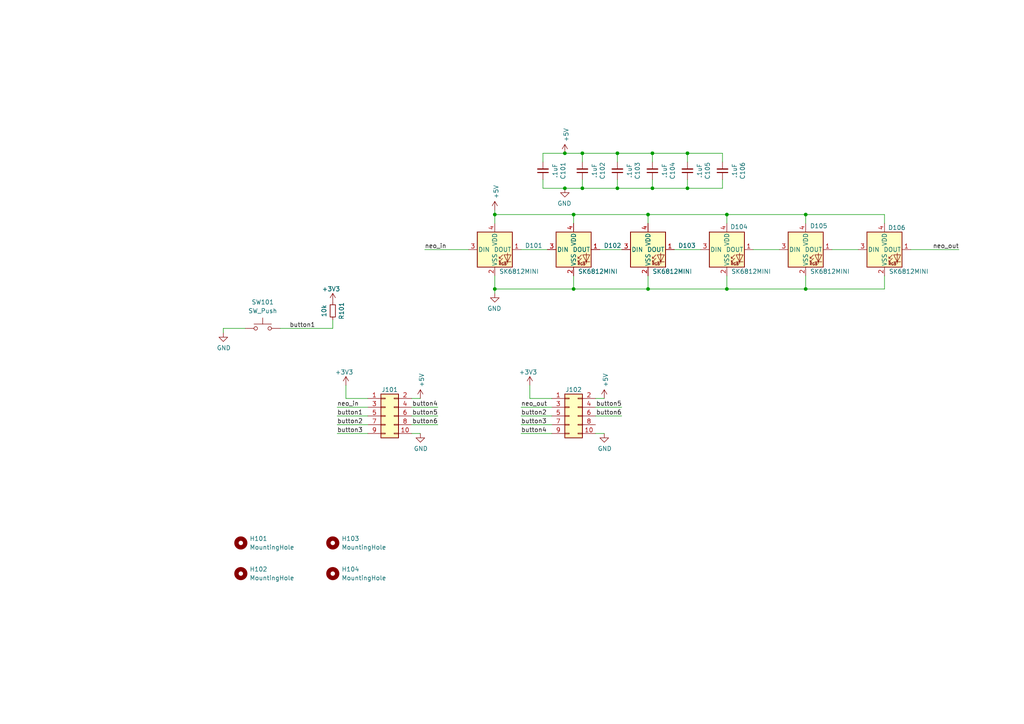
<source format=kicad_sch>
(kicad_sch (version 20231120) (generator "eeschema") (generator_version "8.0")
  (paper "A4")
  (lib_symbols
    (symbol "Device:C_Small" (pin_numbers hide) (pin_names (offset 0.254) hide)
      (property "Reference" "C" (at 0.254 1.778 0))
      (property "Value" "C_Small" (at 0.254 -2.032 0))
      (symbol "C_Small_0_1"
        (polyline (pts (xy -1.524 -0.508) (xy 1.524 -0.508)) (stroke (width 0.3302)))
        (polyline (pts (xy -1.524 0.508) (xy 1.524 0.508)) (stroke (width 0.3048)))
      )
      (symbol "C_Small_1_1"
        (pin passive line (at 0 2.54 270) (length 2.032) (name "~") (number "1"))
        (pin passive line (at 0 -2.54 90) (length 2.032) (name "~") (number "2"))
      )
    )
    (symbol "Device:R_Small" (pin_numbers hide) (pin_names (offset 0.254) hide)
      (property "Reference" "R" (at 0.762 0.508 0))
      (property "Value" "R_Small" (at 0.762 -1.016 0))
      (symbol "R_Small_0_1"
        (rectangle (start -0.762 1.778) (end 0.762 -1.778) (stroke (width 0.2032)))
      )
      (symbol "R_Small_1_1"
        (pin passive line (at 0 2.54 270) (length 0.762) (name "~") (number "1"))
        (pin passive line (at 0 -2.54 90) (length 0.762) (name "~") (number "2"))
      )
    )
    (symbol "LED:SK6812MINI" (pin_names (offset 0.254))
      (property "Reference" "D" (at 5.08 5.715 0))
      (property "Value" "SK6812MINI" (at 1.27 -5.715 0))
      (symbol "SK6812MINI_0_0"
        (text "RGB" (at 2.286 -4.191 0) (effects (font (size 0.762 0.762))))
      )
      (symbol "SK6812MINI_0_1"
        (polyline (pts (xy 1.27 -3.556) (xy 1.778 -3.556)))
        (polyline (pts (xy 1.27 -2.54) (xy 1.778 -2.54)))
        (polyline (pts (xy 4.699 -3.556) (xy 2.667 -3.556)))
        (polyline (pts (xy 2.286 -2.54) (xy 1.27 -3.556) (xy 1.27 -3.048)))
        (polyline (pts (xy 2.286 -1.524) (xy 1.27 -2.54) (xy 1.27 -2.032)))
        (polyline (pts (xy 3.683 -1.016) (xy 3.683 -3.556) (xy 3.683 -4.064)))
        (polyline (pts (xy 4.699 -1.524) (xy 2.667 -1.524) (xy 3.683 -3.556) (xy 4.699 -1.524)))
        (rectangle (start 5.08 5.08) (end -5.08 -5.08) (stroke (width 0.254)) (fill (type background)))
      )
      (symbol "SK6812MINI_1_1"
        (pin output line (at 7.62 0 180) (length 2.54) (name "DOUT") (number "1"))
        (pin power_in line (at 0 -7.62 90) (length 2.54) (name "VSS") (number "2"))
        (pin input line (at -7.62 0 0) (length 2.54) (name "DIN") (number "3"))
        (pin power_in line (at 0 7.62 270) (length 2.54) (name "VDD") (number "4"))
      )
    )
    (symbol "Mechanical:MountingHole" (pin_names (offset 1.016))
      (property "Reference" "H" (at 0 5.08 0))
      (property "Value" "MountingHole" (at 0 3.175 0))
      (symbol "MountingHole_0_1"
        (circle (center 0 0) (radius 1.27) (stroke (width 1.27)))
      )
    )
    (symbol "Switch:SW_Push" (pin_numbers hide) (pin_names (offset 1.016) hide)
      (property "Reference" "SW" (at 1.27 2.54 0))
      (property "Value" "SW_Push" (at 0 -1.524 0))
      (symbol "SW_Push_0_1"
        (circle (center -2.032 0) (radius 0.508))
        (polyline (pts (xy 0 1.27) (xy 0 3.048)))
        (polyline (pts (xy 2.54 1.27) (xy -2.54 1.27)))
        (circle (center 2.032 0) (radius 0.508))
        (pin passive line (at -5.08 0 0) (length 2.54) (name "1") (number "1"))
        (pin passive line (at 5.08 0 180) (length 2.54) (name "2") (number "2"))
      )
    )
    (symbol "power:+3.3V" (power) (pin_names (offset 0))
      (property "Value" "+3.3V" (at 0 3.556 0))
      (symbol "+3.3V_0_1"
        (polyline (pts (xy -0.762 1.27) (xy 0 2.54)))
        (polyline (pts (xy 0 0) (xy 0 2.54)))
        (polyline (pts (xy 0 2.54) (xy 0.762 1.27)))
      )
      (symbol "+3.3V_1_1"
        (pin power_in line (at 0 0 90) (length 0) hide (name "+3V3") (number "1"))
      )
    )
    (symbol "power:+5V" (power) (pin_names (offset 0))
      (property "Value" "+5V" (at 0 3.556 0))
      (symbol "+5V_0_1"
        (polyline (pts (xy -0.762 1.27) (xy 0 2.54)))
        (polyline (pts (xy 0 0) (xy 0 2.54)))
        (polyline (pts (xy 0 2.54) (xy 0.762 1.27)))
      )
      (symbol "+5V_1_1"
        (pin power_in line (at 0 0 90) (length 0) hide (name "+5V") (number "1"))
      )
    )
    (symbol "power:GND" (power) (pin_names (offset 0))
      (property "Value" "GND" (at 0 -3.81 0))
      (symbol "GND_0_1"
        (polyline (pts (xy 0 0) (xy 0 -1.27) (xy 1.27 -1.27) (xy 0 -2.54) (xy -1.27 -1.27) (xy 0 -1.27)))
      )
      (symbol "GND_1_1"
        (pin power_in line (at 0 0 270) (length 0) hide (name "GND") (number "1"))
      )
    )
    (symbol "unRamps-rescue:Conn_02x05_Odd_Even-conn" (pin_names (offset 1.016) hide)
      (property "Reference" "J" (at 1.27 7.62 0))
      (property "Value" "Conn_02x05_Odd_Even-conn" (at 1.27 -7.62 0))
      (symbol "Conn_02x05_Odd_Even-conn_1_1"
        (rectangle (start -1.27 -4.953) (end 0 -5.207) (stroke (width 0.1524)))
        (rectangle (start -1.27 -2.413) (end 0 -2.667) (stroke (width 0.1524)))
        (rectangle (start -1.27 0.127) (end 0 -0.127) (stroke (width 0.1524)))
        (rectangle (start -1.27 2.667) (end 0 2.413) (stroke (width 0.1524)))
        (rectangle (start -1.27 5.207) (end 0 4.953) (stroke (width 0.1524)))
        (rectangle (start -1.27 6.35) (end 3.81 -6.35) (stroke (width 0.254)) (fill (type background)))
        (rectangle (start 3.81 -4.953) (end 2.54 -5.207) (stroke (width 0.1524)))
        (rectangle (start 3.81 -2.413) (end 2.54 -2.667) (stroke (width 0.1524)))
        (rectangle (start 3.81 0.127) (end 2.54 -0.127) (stroke (width 0.1524)))
        (rectangle (start 3.81 2.667) (end 2.54 2.413) (stroke (width 0.1524)))
        (rectangle (start 3.81 5.207) (end 2.54 4.953) (stroke (width 0.1524)))
        (pin passive line (at -5.08 5.08 0) (length 3.81) (name "Pin_1") (number "1"))
        (pin passive line (at 7.62 -5.08 180) (length 3.81) (name "Pin_10") (number "10"))
        (pin passive line (at 7.62 5.08 180) (length 3.81) (name "Pin_2") (number "2"))
        (pin passive line (at -5.08 2.54 0) (length 3.81) (name "Pin_3") (number "3"))
        (pin passive line (at 7.62 2.54 180) (length 3.81) (name "Pin_4") (number "4"))
        (pin passive line (at -5.08 0 0) (length 3.81) (name "Pin_5") (number "5"))
        (pin passive line (at 7.62 0 180) (length 3.81) (name "Pin_6") (number "6"))
        (pin passive line (at -5.08 -2.54 0) (length 3.81) (name "Pin_7") (number "7"))
        (pin passive line (at 7.62 -2.54 180) (length 3.81) (name "Pin_8") (number "8"))
        (pin passive line (at -5.08 -5.08 0) (length 3.81) (name "Pin_9") (number "9"))
      )
    )
  )
  (junction (at 168.91 54.61))
  (junction (at 166.37 83.82))
  (junction (at 233.68 83.82))
  (junction (at 166.37 62.23))
  (junction (at 179.07 44.45))
  (junction (at 210.82 62.23))
  (junction (at 143.51 83.82))
  (junction (at 199.39 54.61))
  (junction (at 189.23 54.61))
  (junction (at 189.23 44.45))
  (junction (at 210.82 83.82))
  (junction (at 233.68 62.23))
  (junction (at 179.07 54.61))
  (junction (at 163.83 54.61))
  (junction (at 163.83 44.45))
  (junction (at 168.91 44.45))
  (junction (at 143.51 62.23))
  (junction (at 187.96 83.82))
  (junction (at 187.96 62.23))
  (junction (at 199.39 44.45))
  (wire (pts (xy 172.72 115.57) (xy 175.26 115.57)))
  (wire (pts (xy 157.48 46.99) (xy 157.48 44.45)))
  (wire (pts (xy 157.48 54.61) (xy 163.83 54.61)))
  (wire (pts (xy 157.48 52.07) (xy 157.48 54.61)))
  (wire (pts (xy 166.37 83.82) (xy 187.96 83.82)))
  (wire (pts (xy 143.51 83.82) (xy 166.37 83.82)))
  (wire (pts (xy 168.91 54.61) (xy 179.07 54.61)))
  (wire (pts (xy 166.37 62.23) (xy 166.37 64.77)))
  (wire (pts (xy 100.33 111.76) (xy 100.33 115.57)))
  (wire (pts (xy 210.82 62.23) (xy 210.82 64.77)))
  (wire (pts (xy 97.79 118.11) (xy 106.68 118.11)))
  (wire (pts (xy 96.52 92.71) (xy 96.52 95.25)))
  (wire (pts (xy 143.51 62.23) (xy 166.37 62.23)))
  (wire (pts (xy 199.39 44.45) (xy 209.55 44.45)))
  (wire (pts (xy 179.07 44.45) (xy 189.23 44.45)))
  (wire (pts (xy 119.38 123.19) (xy 127 123.19)))
  (wire (pts (xy 166.37 62.23) (xy 187.96 62.23)))
  (wire (pts (xy 119.38 115.57) (xy 121.92 115.57)))
  (wire (pts (xy 64.77 95.25) (xy 71.12 95.25)))
  (wire (pts (xy 143.51 83.82) (xy 143.51 85.09)))
  (wire (pts (xy 151.13 72.39) (xy 158.75 72.39)))
  (wire (pts (xy 81.28 95.25) (xy 96.52 95.25)))
  (wire (pts (xy 233.68 83.82) (xy 256.54 83.82)))
  (wire (pts (xy 199.39 52.07) (xy 199.39 54.61)))
  (wire (pts (xy 172.72 125.73) (xy 175.26 125.73)))
  (wire (pts (xy 179.07 54.61) (xy 189.23 54.61)))
  (wire (pts (xy 199.39 44.45) (xy 199.39 46.99)))
  (wire (pts (xy 210.82 83.82) (xy 210.82 80.01)))
  (wire (pts (xy 179.07 44.45) (xy 179.07 46.99)))
  (wire (pts (xy 179.07 52.07) (xy 179.07 54.61)))
  (wire (pts (xy 168.91 44.45) (xy 168.91 46.99)))
  (wire (pts (xy 143.51 60.96) (xy 143.51 62.23)))
  (wire (pts (xy 187.96 83.82) (xy 210.82 83.82)))
  (wire (pts (xy 189.23 44.45) (xy 189.23 46.99)))
  (wire (pts (xy 163.83 44.45) (xy 168.91 44.45)))
  (wire (pts (xy 166.37 80.01) (xy 166.37 83.82)))
  (wire (pts (xy 241.3 72.39) (xy 248.92 72.39)))
  (wire (pts (xy 233.68 80.01) (xy 233.68 83.82)))
  (wire (pts (xy 151.13 118.11) (xy 160.02 118.11)))
  (wire (pts (xy 189.23 54.61) (xy 189.23 52.07)))
  (wire (pts (xy 210.82 62.23) (xy 233.68 62.23)))
  (wire (pts (xy 168.91 44.45) (xy 179.07 44.45)))
  (wire (pts (xy 97.79 120.65) (xy 106.68 120.65)))
  (wire (pts (xy 195.58 72.39) (xy 203.2 72.39)))
  (wire (pts (xy 210.82 83.82) (xy 233.68 83.82)))
  (wire (pts (xy 64.77 96.52) (xy 64.77 95.25)))
  (wire (pts (xy 218.44 72.39) (xy 226.06 72.39)))
  (wire (pts (xy 135.89 72.39) (xy 123.19 72.39)))
  (wire (pts (xy 209.55 44.45) (xy 209.55 46.99)))
  (wire (pts (xy 143.51 80.01) (xy 143.51 83.82)))
  (wire (pts (xy 187.96 62.23) (xy 187.96 64.77)))
  (wire (pts (xy 168.91 52.07) (xy 168.91 54.61)))
  (wire (pts (xy 173.99 72.39) (xy 180.34 72.39)))
  (wire (pts (xy 199.39 54.61) (xy 209.55 54.61)))
  (wire (pts (xy 153.67 115.57) (xy 160.02 115.57)))
  (wire (pts (xy 209.55 54.61) (xy 209.55 52.07)))
  (wire (pts (xy 97.79 125.73) (xy 106.68 125.73)))
  (wire (pts (xy 143.51 64.77) (xy 143.51 62.23)))
  (wire (pts (xy 256.54 62.23) (xy 256.54 64.77)))
  (wire (pts (xy 187.96 62.23) (xy 210.82 62.23)))
  (wire (pts (xy 100.33 115.57) (xy 106.68 115.57)))
  (wire (pts (xy 153.67 111.76) (xy 153.67 115.57)))
  (wire (pts (xy 119.38 125.73) (xy 121.92 125.73)))
  (wire (pts (xy 97.79 123.19) (xy 106.68 123.19)))
  (wire (pts (xy 151.13 120.65) (xy 160.02 120.65)))
  (wire (pts (xy 264.16 72.39) (xy 278.13 72.39)))
  (wire (pts (xy 157.48 44.45) (xy 163.83 44.45)))
  (wire (pts (xy 172.72 120.65) (xy 180.34 120.65)))
  (wire (pts (xy 151.13 125.73) (xy 160.02 125.73)))
  (wire (pts (xy 163.83 54.61) (xy 168.91 54.61)))
  (wire (pts (xy 151.13 123.19) (xy 160.02 123.19)))
  (wire (pts (xy 172.72 118.11) (xy 180.34 118.11)))
  (wire (pts (xy 256.54 83.82) (xy 256.54 80.01)))
  (wire (pts (xy 187.96 80.01) (xy 187.96 83.82)))
  (wire (pts (xy 233.68 62.23) (xy 233.68 64.77)))
  (wire (pts (xy 233.68 62.23) (xy 256.54 62.23)))
  (wire (pts (xy 119.38 118.11) (xy 127 118.11)))
  (wire (pts (xy 189.23 44.45) (xy 199.39 44.45)))
  (wire (pts (xy 119.38 120.65) (xy 127 120.65)))
  (wire (pts (xy 189.23 54.61) (xy 199.39 54.61)))
  (label "button1" (at 91.44 95.25 180))
  (label "button4" (at 127 118.11 180))
  (label "button3" (at 97.79 125.73 0))
  (label "button3" (at 151.13 123.19 0))
  (label "button4" (at 151.13 125.73 0))
  (label "button5" (at 127 120.65 180))
  (label "button2" (at 151.13 120.65 0))
  (label "button6" (at 127 123.19 180))
  (label "neo_out" (at 151.13 118.11 0))
  (label "neo_in" (at 97.79 118.11 0))
  (label "button5" (at 180.34 118.11 180))
  (label "button2" (at 97.79 123.19 0))
  (label "button6" (at 180.34 120.65 180))
  (label "button1" (at 97.79 120.65 0))
  (label "neo_out" (at 278.13 72.39 180))
  (label "neo_in" (at 123.19 72.39 0))
  (symbol (lib_id "Mechanical:MountingHole") (at 69.85 157.48 0) (unit 1)
    (property "Reference" "H101" (at 72.39 156.2099 0) (effects (justify left)))
    (property "Value" "MountingHole" (at 72.39 158.7499 0) (effects (justify left)))
    (property "Footprint" "MountingHole:MountingHole_2.5mm_Pad" (effects (hide yes)))
    (property "Description" "Mounting Hole without connection" (effects (hide yes)))
  )
  (symbol (lib_id "Device:C_Small") (at 157.48 49.53 180) (unit 1)
    (property "Reference" "C101" (at 163.2966 49.53 90))
    (property "Value" ".1uF" (at 160.9852 49.53 90))
    (property "Footprint" "Capacitor_SMD:C_0603_1608Metric" (effects (hide yes)))
  )
  (symbol (lib_id "power:GND") (at 175.26 125.73 0) (unit 1)
    (property "Reference" "#PWR0112" (effects (hide yes)))
    (property "Value" "GND" (at 175.387 130.1242 0))
  )
  (symbol (lib_id "LED:SK6812MINI") (at 187.96 72.39 0) (unit 1)
    (property "Reference" "D103" (at 196.6976 71.2216 0) (effects (justify left)))
    (property "Value" "SK6812MINI" (at 189.23 78.74 0) (effects (justify left)))
    (property "Footprint" "LED_SMD:LED_SK6812MINI_PLCC4_3.5x3.5mm_P1.75mm" (effects (hide yes)))
    (property "Datasheet" "https://cdn-shop.adafruit.com/product-files/2686/SK6812MINI_REV.01-1-2.pdf" (effects (hide yes)))
  )
  (symbol (lib_id "power:+5V") (at 163.83 44.45 0) (unit 1)
    (property "Reference" "#PWR0109" (effects (hide yes)))
    (property "Value" "+5V" (at 164.211 41.1988 90) (effects (justify left)))
  )
  (symbol (lib_id "power:GND") (at 163.83 54.61 0) (mirror y) (unit 1)
    (property "Reference" "#PWR0110" (effects (hide yes)))
    (property "Value" "GND" (at 163.703 59.0042 0))
  )
  (symbol (lib_id "LED:SK6812MINI") (at 166.37 72.39 0) (unit 1)
    (property "Reference" "D102" (at 175.1076 71.2216 0) (effects (justify left)))
    (property "Value" "SK6812MINI" (at 167.64 78.74 0) (effects (justify left)))
    (property "Footprint" "LED_SMD:LED_SK6812MINI_PLCC4_3.5x3.5mm_P1.75mm" (effects (hide yes)))
    (property "Datasheet" "https://cdn-shop.adafruit.com/product-files/2686/SK6812MINI_REV.01-1-2.pdf" (effects (hide yes)))
  )
  (symbol (lib_id "power:+3.3V") (at 100.33 111.76 0) (unit 1)
    (property "Reference" "#PWR0103" (effects (hide yes)))
    (property "Value" "+3V3" (at 99.822 107.95 0))
  )
  (symbol (lib_id "Device:C_Small") (at 209.55 49.53 180) (unit 1)
    (property "Reference" "C106" (at 215.3666 49.53 90))
    (property "Value" ".1uF" (at 213.0552 49.53 90))
    (property "Footprint" "Capacitor_SMD:C_0603_1608Metric" (effects (hide yes)))
  )
  (symbol (lib_id "power:GND") (at 64.77 96.52 0) (unit 1)
    (property "Reference" "#PWR0101" (effects (hide yes)))
    (property "Value" "GND" (at 64.897 100.9142 0))
  )
  (symbol (lib_id "Switch:SW_Push") (at 76.2 95.25 0) (unit 1)
    (property "Reference" "SW101" (at 76.2 87.63 0))
    (property "Value" "SW_Push" (at 76.2 90.17 0))
    (property "Footprint" "Button_Switch_THT:SW_PUSH_6mm_H5mm" (effects (hide yes)))
    (property "Description" "Push button switch, generic, two pins" (effects (hide yes)))
  )
  (symbol (lib_id "LED:SK6812MINI") (at 256.54 72.39 0) (unit 1)
    (property "Reference" "D106" (at 257.556 66.04 0) (effects (justify left)))
    (property "Value" "SK6812MINI" (at 257.81 78.74 0) (effects (justify left)))
    (property "Footprint" "LED_SMD:LED_SK6812MINI_PLCC4_3.5x3.5mm_P1.75mm" (effects (hide yes)))
    (property "Datasheet" "https://cdn-shop.adafruit.com/product-files/2686/SK6812MINI_REV.01-1-2.pdf" (effects (hide yes)))
  )
  (symbol (lib_id "Device:C_Small") (at 189.23 49.53 180) (unit 1)
    (property "Reference" "C104" (at 195.0466 49.53 90))
    (property "Value" ".1uF" (at 192.7352 49.53 90))
    (property "Footprint" "Capacitor_SMD:C_0603_1608Metric" (effects (hide yes)))
  )
  (symbol (lib_id "power:GND") (at 143.51 85.09 0) (mirror y) (unit 1)
    (property "Reference" "#PWR0107" (effects (hide yes)))
    (property "Value" "GND" (at 143.383 89.4842 0))
  )
  (symbol (lib_id "LED:SK6812MINI") (at 143.51 72.39 0) (unit 1)
    (property "Reference" "D101" (at 152.2476 71.2216 0) (effects (justify left)))
    (property "Value" "SK6812MINI" (at 144.78 78.74 0) (effects (justify left)))
    (property "Footprint" "LED_SMD:LED_SK6812MINI_PLCC4_3.5x3.5mm_P1.75mm" (effects (hide yes)))
    (property "Datasheet" "https://cdn-shop.adafruit.com/product-files/2686/SK6812MINI_REV.01-1-2.pdf" (effects (hide yes)))
  )
  (symbol (lib_id "Mechanical:MountingHole") (at 96.52 157.48 0) (unit 1)
    (property "Reference" "H103" (at 99.06 156.2099 0) (effects (justify left)))
    (property "Value" "MountingHole" (at 99.06 158.7499 0) (effects (justify left)))
    (property "Footprint" "MountingHole:MountingHole_2.5mm_Pad" (effects (hide yes)))
    (property "Description" "Mounting Hole without connection" (effects (hide yes)))
  )
  (symbol (lib_id "Mechanical:MountingHole") (at 96.52 166.37 0) (unit 1)
    (property "Reference" "H104" (at 99.06 165.0999 0) (effects (justify left)))
    (property "Value" "MountingHole" (at 99.06 167.6399 0) (effects (justify left)))
    (property "Footprint" "MountingHole:MountingHole_2.5mm_Pad" (effects (hide yes)))
    (property "Description" "Mounting Hole without connection" (effects (hide yes)))
  )
  (symbol (lib_id "Mechanical:MountingHole") (at 69.85 166.37 0) (unit 1)
    (property "Reference" "H102" (at 72.39 165.0999 0) (effects (justify left)))
    (property "Value" "MountingHole" (at 72.39 167.6399 0) (effects (justify left)))
    (property "Footprint" "MountingHole:MountingHole_2.5mm_Pad" (effects (hide yes)))
    (property "Description" "Mounting Hole without connection" (effects (hide yes)))
  )
  (symbol (lib_id "power:GND") (at 121.92 125.73 0) (unit 1)
    (property "Reference" "#PWR0105" (effects (hide yes)))
    (property "Value" "GND" (at 122.047 130.1242 0))
  )
  (symbol (lib_id "Device:C_Small") (at 199.39 49.53 180) (unit 1)
    (property "Reference" "C105" (at 205.2066 49.53 90))
    (property "Value" ".1uF" (at 202.8952 49.53 90))
    (property "Footprint" "Capacitor_SMD:C_0603_1608Metric" (effects (hide yes)))
  )
  (symbol (lib_id "LED:SK6812MINI") (at 233.68 72.39 0) (unit 1)
    (property "Reference" "D105" (at 240.03 65.532 0) (effects (justify right)))
    (property "Value" "SK6812MINI" (at 234.95 78.74 0) (effects (justify left)))
    (property "Footprint" "LED_SMD:LED_SK6812MINI_PLCC4_3.5x3.5mm_P1.75mm" (effects (hide yes)))
    (property "Datasheet" "https://cdn-shop.adafruit.com/product-files/2686/SK6812MINI_REV.01-1-2.pdf" (effects (hide yes)))
  )
  (symbol (lib_id "power:+3.3V") (at 153.67 111.76 0) (unit 1)
    (property "Reference" "#PWR0108" (effects (hide yes)))
    (property "Value" "+3V3" (at 153.162 107.95 0))
  )
  (symbol (lib_id "Device:C_Small") (at 179.07 49.53 180) (unit 1)
    (property "Reference" "C103" (at 184.8866 49.53 90))
    (property "Value" ".1uF" (at 182.5752 49.53 90))
    (property "Footprint" "Capacitor_SMD:C_0603_1608Metric" (effects (hide yes)))
  )
  (symbol (lib_id "unRamps-rescue:Conn_02x05_Odd_Even-conn") (at 111.76 120.65 0) (unit 1)
    (property "Reference" "J101" (at 113.03 113.03 0))
    (property "Value" "Conn_02x05_Odd_Even" (effects (hide yes)))
    (property "Footprint" "Connector_IDC:IDC-Header_2x05_P2.54mm_Vertical" (effects (hide yes)))
  )
  (symbol (lib_id "power:+5V") (at 121.92 115.57 0) (unit 1)
    (property "Reference" "#PWR0104" (effects (hide yes)))
    (property "Value" "+5V" (at 122.301 112.3188 90) (effects (justify left)))
  )
  (symbol (lib_id "unRamps-rescue:Conn_02x05_Odd_Even-conn") (at 165.1 120.65 0) (unit 1)
    (property "Reference" "J102" (at 166.37 113.03 0))
    (property "Value" "Conn_02x05_Odd_Even" (effects (hide yes)))
    (property "Footprint" "Connector_IDC:IDC-Header_2x05_P2.54mm_Vertical" (effects (hide yes)))
  )
  (symbol (lib_id "power:+5V") (at 143.51 60.96 0) (unit 1)
    (property "Reference" "#PWR0106" (effects (hide yes)))
    (property "Value" "+5V" (at 143.891 57.7088 90) (effects (justify left)))
  )
  (symbol (lib_id "Device:C_Small") (at 168.91 49.53 180) (unit 1)
    (property "Reference" "C102" (at 174.7266 49.53 90))
    (property "Value" ".1uF" (at 172.4152 49.53 90))
    (property "Footprint" "Capacitor_SMD:C_0603_1608Metric" (effects (hide yes)))
  )
  (symbol (lib_id "power:+5V") (at 175.26 115.57 0) (unit 1)
    (property "Reference" "#PWR0111" (effects (hide yes)))
    (property "Value" "+5V" (at 175.641 112.3188 90) (effects (justify left)))
  )
  (symbol (lib_id "power:+3.3V") (at 96.52 87.63 0) (unit 1)
    (property "Reference" "#PWR0102" (effects (hide yes)))
    (property "Value" "+3V3" (at 96.012 83.82 0))
  )
  (symbol (lib_id "LED:SK6812MINI") (at 210.82 72.39 0) (unit 1)
    (property "Reference" "D104" (at 216.916 65.786 0) (effects (justify right)))
    (property "Value" "SK6812MINI" (at 212.09 78.74 0) (effects (justify left)))
    (property "Footprint" "LED_SMD:LED_SK6812MINI_PLCC4_3.5x3.5mm_P1.75mm" (effects (hide yes)))
    (property "Datasheet" "https://cdn-shop.adafruit.com/product-files/2686/SK6812MINI_REV.01-1-2.pdf" (effects (hide yes)))
  )
  (symbol (lib_id "Device:R_Small") (at 96.52 90.17 180) (unit 1)
    (property "Reference" "R101" (at 99.06 90.17 90))
    (property "Value" "10k" (at 93.98 90.17 90))
    (property "Footprint" "Resistor_SMD:R_0603_1608Metric" (effects (hide yes)))
  )
)
</source>
